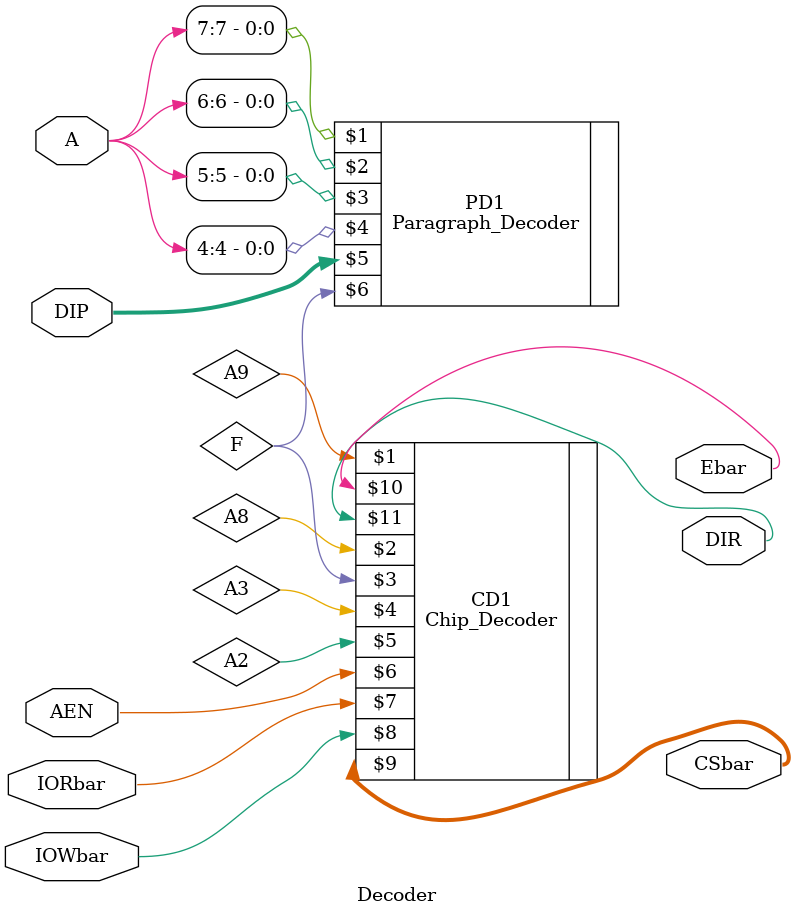
<source format=v>
`timescale 1ns / 1ps


module Decoder(
    input [9:0] A,
    input [3:0] DIP,
    input AEN,IORbar,IOWbar,
    output [3:0] CSbar,
    output Ebar,DIR
    );
    wire F;
    Paragraph_Decoder PD1(A[7],A[6],A[5],A[4],DIP,F);
    Chip_Decoder CD1(A9,A8,F,A3,A2,AEN,IORbar,IOWbar,CSbar,Ebar,DIR);
endmodule

</source>
